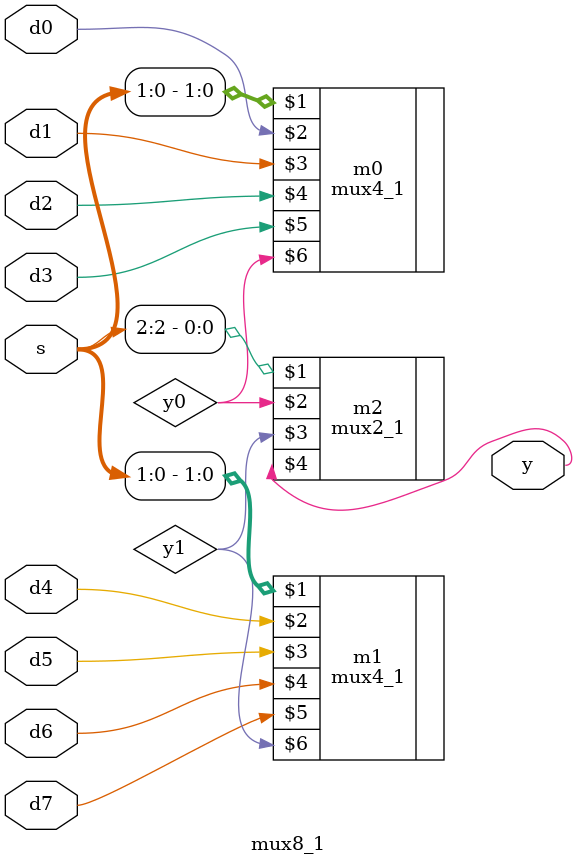
<source format=sv>
module mux8_1(
    input logic [2:0] s,
    input logic d0, d1, d2, d3, d4, d5, d6, d7,
    output logic y);

    logic y0, y1;

    mux4_1 m0(s[1:0], d0, d1, d2, d3, y0);
    mux4_1 m1(s[1:0], d4, d5, d6, d7, y1);
    mux2_1 m2(s[2], y0, y1, y);
endmodule

</source>
